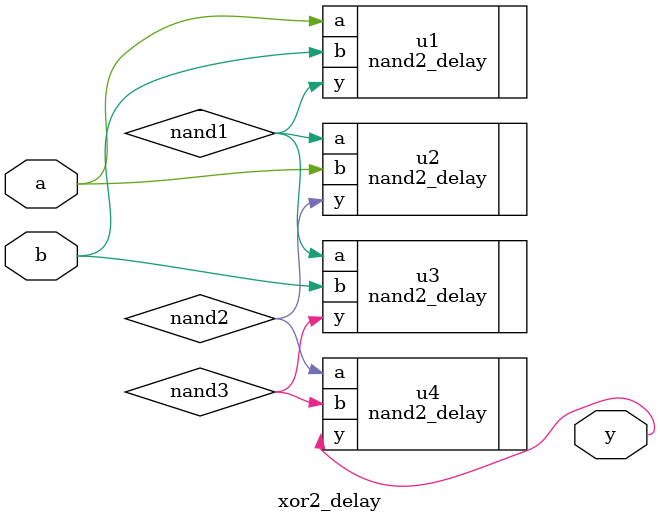
<source format=sv>
module xor2_delay (
    input logic a,
    input logic b,
    output logic y
);

  logic nand1, nand2, nand3;

  nand2_delay u1  (
    .a(a),
    .b(b),
    .y(nand1)
  );
  
  nand2_delay u2  (
    .a(nand1),
    .b(a),
    .y(nand2)
  );

  nand2_delay  u3  (
    .a(nand1),
    .b(b),
    .y(nand3)
  );

  nand2_delay u4 (
    .a(nand2),
    .b(nand3),
    .y(y)
  );

endmodule
</source>
